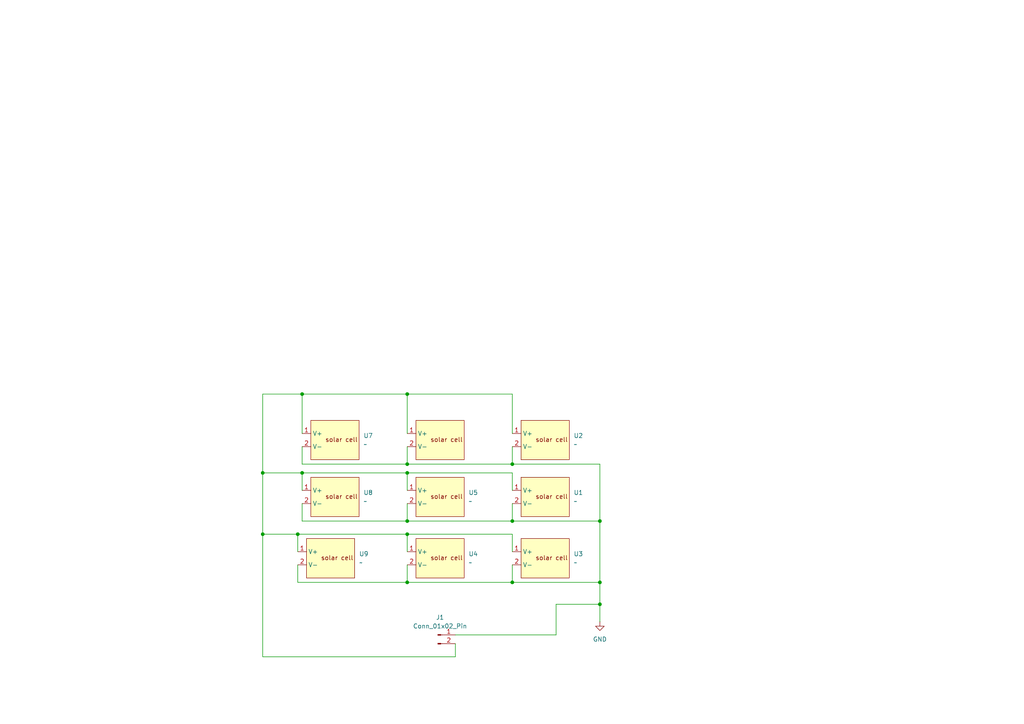
<source format=kicad_sch>
(kicad_sch (version 20250114) (generator "eeschema") (generator_version "9.0")
  (paper "A4")
  (lib_symbols
    (symbol "Connector:Conn_01x02_Pin" (pin_names (offset 1.016) (hide yes))
      (property "Reference" "J" (at 0 2.54 0))
      (property "Value" "Conn_01x02_Pin" (at 0 -5.08 0))
      (symbol "Conn_01x02_Pin_1_1"
        (rectangle (start 0.8636 0.127) (end 0 -0.127) (stroke (width 0.1524)) (fill (type outline)))
        (rectangle (start 0.8636 -2.413) (end 0 -2.667) (stroke (width 0.1524)) (fill (type outline)))
        (polyline (pts (xy 1.27 0) (xy 0.8636 0)) (stroke (width 0.1524)))
        (polyline (pts (xy 1.27 -2.54) (xy 0.8636 -2.54)) (stroke (width 0.1524)))
        (pin passive line (at 5.08 0 180) (length 3.81) (name "Pin_1") (number "1"))
        (pin passive line (at 5.08 -2.54 180) (length 3.81) (name "Pin_2") (number "2"))
      )
    )
    (symbol "Solar_Symbols:P123_Solar_Cell"
      (property "Reference" "U" (at 0 0 0))
      (symbol "P123_Solar_Cell_1_1"
        (rectangle (start 2.54 5.08) (end 16.51 -6.35) (fill (type color) (color 255 255 194 1)))
        (text "solar cell" (at 11.43 -0.508 0) (effects (font (size 1.27 1.27))))
        (pin power_out line (at 0 1.27 0) (length 2.54) (name "V+") (number "1"))
        (pin power_in line (at 0 -2.54 0) (length 2.54) (name "V-") (number "2"))
      )
    )
    (symbol "power:GND" (power) (pin_numbers (hide yes)) (pin_names (offset 0) (hide yes))
      (property "Value" "GND" (at 0 -3.81 0))
      (symbol "GND_0_1"
        (polyline (pts (xy 0 0) (xy 0 -1.27) (xy 1.27 -1.27) (xy 0 -2.54) (xy -1.27 -1.27) (xy 0 -1.27)))
      )
      (symbol "GND_1_1"
        (pin power_in line (at 0 0 270) (length 0) (name "~") (number "1"))
      )
    )
  )
  (junction (at 148.59 168.91))
  (junction (at 118.11 137.16))
  (junction (at 118.11 168.91))
  (junction (at 76.2 154.94))
  (junction (at 173.99 175.26))
  (junction (at 86.36 154.94))
  (junction (at 76.2 137.16))
  (junction (at 173.99 168.91))
  (junction (at 148.59 151.13))
  (junction (at 87.63 114.3))
  (junction (at 118.11 154.94))
  (junction (at 118.11 114.3))
  (junction (at 148.59 134.62))
  (junction (at 118.11 134.62))
  (junction (at 87.63 137.16))
  (junction (at 173.99 151.13))
  (junction (at 118.11 151.13))
  (wire (pts (xy 86.36 163.83) (xy 86.36 168.91)))
  (wire (pts (xy 118.11 154.94) (xy 148.59 154.94)))
  (wire (pts (xy 148.59 134.62) (xy 118.11 134.62)))
  (wire (pts (xy 87.63 114.3) (xy 76.2 114.3)))
  (wire (pts (xy 76.2 114.3) (xy 76.2 137.16)))
  (wire (pts (xy 148.59 154.94) (xy 148.59 160.02)))
  (wire (pts (xy 118.11 151.13) (xy 118.11 146.05)))
  (wire (pts (xy 148.59 114.3) (xy 148.59 125.73)))
  (wire (pts (xy 87.63 146.05) (xy 87.63 151.13)))
  (wire (pts (xy 161.29 184.15) (xy 132.08 184.15)))
  (wire (pts (xy 118.11 137.16) (xy 118.11 142.24)))
  (wire (pts (xy 118.11 134.62) (xy 118.11 129.54)))
  (wire (pts (xy 118.11 114.3) (xy 118.11 125.73)))
  (wire (pts (xy 76.2 137.16) (xy 87.63 137.16)))
  (wire (pts (xy 161.29 175.26) (xy 173.99 175.26)))
  (wire (pts (xy 76.2 154.94) (xy 76.2 190.5)))
  (wire (pts (xy 118.11 137.16) (xy 148.59 137.16)))
  (wire (pts (xy 161.29 175.26) (xy 161.29 184.15)))
  (wire (pts (xy 132.08 186.69) (xy 132.08 190.5)))
  (wire (pts (xy 173.99 168.91) (xy 173.99 175.26)))
  (wire (pts (xy 87.63 114.3) (xy 118.11 114.3)))
  (wire (pts (xy 132.08 190.5) (xy 76.2 190.5)))
  (wire (pts (xy 118.11 134.62) (xy 87.63 134.62)))
  (wire (pts (xy 173.99 151.13) (xy 173.99 168.91)))
  (wire (pts (xy 148.59 168.91) (xy 173.99 168.91)))
  (wire (pts (xy 76.2 137.16) (xy 76.2 154.94)))
  (wire (pts (xy 87.63 129.54) (xy 87.63 134.62)))
  (wire (pts (xy 86.36 154.94) (xy 118.11 154.94)))
  (wire (pts (xy 148.59 129.54) (xy 148.59 134.62)))
  (wire (pts (xy 87.63 125.73) (xy 87.63 114.3)))
  (wire (pts (xy 87.63 151.13) (xy 118.11 151.13)))
  (wire (pts (xy 86.36 168.91) (xy 118.11 168.91)))
  (wire (pts (xy 118.11 151.13) (xy 148.59 151.13)))
  (wire (pts (xy 86.36 160.02) (xy 86.36 154.94)))
  (wire (pts (xy 86.36 154.94) (xy 76.2 154.94)))
  (wire (pts (xy 118.11 168.91) (xy 118.11 163.83)))
  (wire (pts (xy 148.59 151.13) (xy 173.99 151.13)))
  (wire (pts (xy 87.63 142.24) (xy 87.63 137.16)))
  (wire (pts (xy 148.59 134.62) (xy 173.99 134.62)))
  (wire (pts (xy 173.99 175.26) (xy 173.99 180.34)))
  (wire (pts (xy 173.99 134.62) (xy 173.99 151.13)))
  (wire (pts (xy 148.59 151.13) (xy 148.59 146.05)))
  (wire (pts (xy 148.59 168.91) (xy 148.59 163.83)))
  (wire (pts (xy 87.63 137.16) (xy 118.11 137.16)))
  (wire (pts (xy 118.11 154.94) (xy 118.11 160.02)))
  (wire (pts (xy 118.11 114.3) (xy 148.59 114.3)))
  (wire (pts (xy 118.11 168.91) (xy 148.59 168.91)))
  (wire (pts (xy 148.59 137.16) (xy 148.59 142.24)))
  (symbol (lib_id "Solar_Symbols:P123_Solar_Cell") (at 118.11 143.51 0) (unit 1)
    (property "Reference" "U5" (at 135.89 142.8749 0) (effects (justify left)))
    (property "Value" "~" (at 135.89 145.4149 0) (effects (justify left)))
    (property "Footprint" "Connector_PinHeader_1.00mm:Solar_Pannel_holes" (effects (hide yes)))
  )
  (symbol (lib_id "Solar_Symbols:P123_Solar_Cell") (at 118.11 161.29 0) (unit 1)
    (property "Reference" "U4" (at 135.89 160.6549 0) (effects (justify left)))
    (property "Value" "~" (at 135.89 163.1949 0) (effects (justify left)))
    (property "Footprint" "Connector_PinHeader_1.00mm:Solar_Pannel_holes" (effects (hide yes)))
  )
  (symbol (lib_id "Solar_Symbols:P123_Solar_Cell") (at 87.63 143.51 0) (unit 1)
    (property "Reference" "U8" (at 105.41 142.8749 0) (effects (justify left)))
    (property "Value" "~" (at 105.41 145.4149 0) (effects (justify left)))
    (property "Footprint" "Connector_PinHeader_1.00mm:Solar_Pannel_holes" (effects (hide yes)))
  )
  (symbol (lib_id "Solar_Symbols:P123_Solar_Cell") (at 148.59 127 0) (unit 1)
    (property "Reference" "U2" (at 166.37 126.3649 0) (effects (justify left)))
    (property "Value" "~" (at 166.37 128.9049 0) (effects (justify left)))
    (property "Footprint" "Connector_PinHeader_1.00mm:Solar_Pannel_holes" (effects (hide yes)))
  )
  (symbol (lib_id "power:GND") (at 173.99 180.34 0) (unit 1)
    (property "Reference" "#PWR01" (effects (hide yes)))
    (property "Value" "GND" (at 173.99 185.42 0))
    (property "Description" "Power symbol creates a global label with name \"GND\" , ground" (effects (hide yes)))
  )
  (symbol (lib_id "Solar_Symbols:P123_Solar_Cell") (at 148.59 161.29 0) (unit 1)
    (property "Reference" "U3" (at 166.37 160.6549 0) (effects (justify left)))
    (property "Value" "~" (at 166.37 163.1949 0) (effects (justify left)))
    (property "Footprint" "Connector_PinHeader_1.00mm:Solar_Pannel_holes" (effects (hide yes)))
  )
  (symbol (lib_id "Solar_Symbols:P123_Solar_Cell") (at 86.36 161.29 0) (unit 1)
    (property "Reference" "U9" (at 104.14 160.6549 0) (effects (justify left)))
    (property "Value" "~" (at 104.14 163.1949 0) (effects (justify left)))
    (property "Footprint" "Connector_PinHeader_1.00mm:Solar_Pannel_holes" (effects (hide yes)))
  )
  (symbol (lib_id "Solar_Symbols:P123_Solar_Cell") (at 148.59 143.51 0) (unit 1)
    (property "Reference" "U1" (at 166.37 142.8749 0) (effects (justify left)))
    (property "Value" "~" (at 166.37 145.4149 0) (effects (justify left)))
    (property "Footprint" "Connector_PinHeader_1.00mm:Solar_Pannel_holes" (effects (hide yes)))
  )
  (symbol (lib_id "Solar_Symbols:P123_Solar_Cell") (at 87.63 127 0) (unit 1)
    (property "Reference" "U7" (at 105.41 126.3649 0) (effects (justify left)))
    (property "Value" "~" (at 105.41 128.9049 0) (effects (justify left)))
    (property "Footprint" "Connector_PinHeader_1.00mm:Solar_Pannel_holes" (effects (hide yes)))
  )
  (symbol (lib_id "Solar_Symbols:P123_Solar_Cell") (at 118.11 127 0) (unit 1)
    (property "Reference" "U6" (effects (hide yes)))
    (property "Footprint" "Connector_PinHeader_1.00mm:Solar_Pannel_holes" (effects (hide yes)))
  )
  (symbol (lib_id "Connector:Conn_01x02_Pin") (at 127 184.15 0) (unit 1)
    (property "Reference" "J1" (at 127.635 179.07 0))
    (property "Value" "Conn_01x02_Pin" (at 127.635 181.61 0))
    (property "Footprint" "Connector_PinHeader_1.00mm:PinHeader_1x02_P1.00mm_Horizontal" (effects (hide yes)))
    (property "Description" "Generic connector, single row, 01x02, script generated" (effects (hide yes)))
  )
)
</source>
